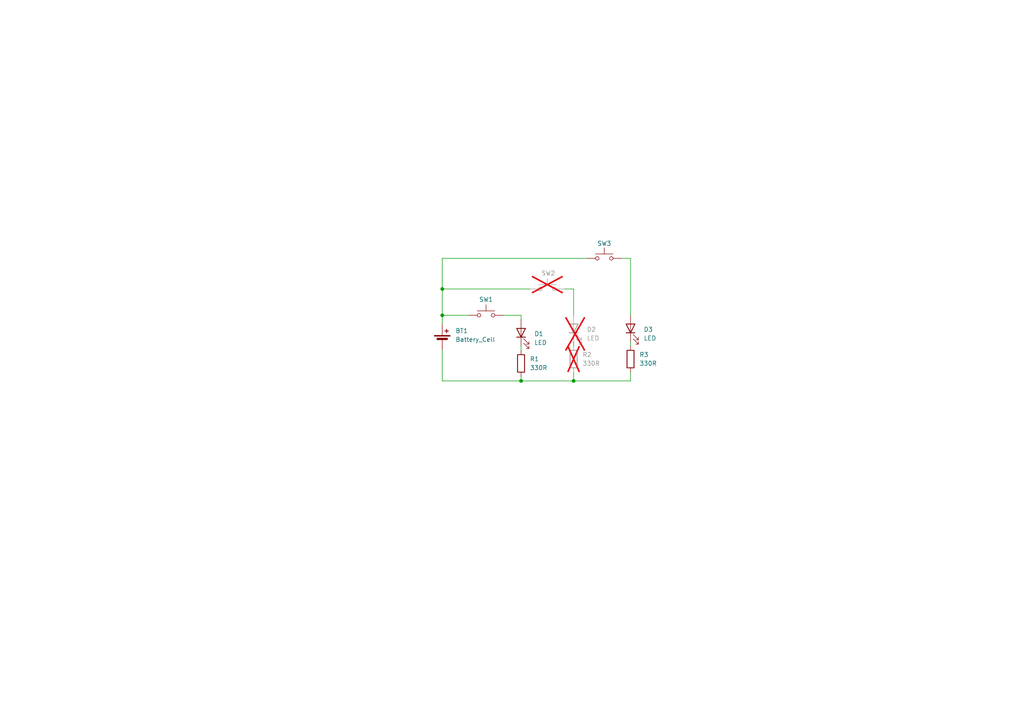
<source format=kicad_sch>
(kicad_sch (version 20231120) (generator "eeschema") (generator_version "8.0")
  (paper "A4")
  (title_block (title "PCA_1003_00") (date "2025-04-01") (rev "00"))
  (lib_symbols
    (symbol "Device:Battery_Cell" (pin_numbers hide) (pin_names (offset 0) hide)
      (property "Reference" "BT" (at 2.54 2.54 0))
      (property "Value" "Battery_Cell" (at 2.54 0 0))
      (symbol "Battery_Cell_0_1"
        (rectangle (start -2.286 1.778) (end 2.286 1.524) (fill (type outline)))
        (rectangle (start -1.524 1.016) (end 1.524 0.508) (fill (type outline)))
        (polyline (pts (xy 0 0.762) (xy 0 0)))
        (polyline (pts (xy 0 1.778) (xy 0 2.54)))
        (polyline (pts (xy 0.762 3.048) (xy 1.778 3.048)) (stroke (width 0.254)))
        (polyline (pts (xy 1.27 3.556) (xy 1.27 2.54)) (stroke (width 0.254)))
      )
      (symbol "Battery_Cell_1_1"
        (pin passive line (at 0 5.08 270) (length 2.54) (name "+") (number "1"))
        (pin passive line (at 0 -2.54 90) (length 2.54) (name "-") (number "2"))
      )
    )
    (symbol "Device:LED" (pin_numbers hide) (pin_names (offset 1.016) hide)
      (property "Reference" "D" (at 0 2.54 0))
      (property "Value" "LED" (at 0 -2.54 0))
      (symbol "LED_0_1"
        (polyline (pts (xy -1.27 -1.27) (xy -1.27 1.27)) (stroke (width 0.254)))
        (polyline (pts (xy -1.27 0) (xy 1.27 0)))
        (polyline (pts (xy 1.27 -1.27) (xy 1.27 1.27) (xy -1.27 0) (xy 1.27 -1.27)) (stroke (width 0.254)))
        (polyline (pts (xy -3.048 -0.762) (xy -4.572 -2.286) (xy -3.81 -2.286) (xy -4.572 -2.286) (xy -4.572 -1.524)))
        (polyline (pts (xy -1.778 -0.762) (xy -3.302 -2.286) (xy -2.54 -2.286) (xy -3.302 -2.286) (xy -3.302 -1.524)))
      )
      (symbol "LED_1_1"
        (pin passive line (at -3.81 0 0) (length 2.54) (name "K") (number "1"))
        (pin passive line (at 3.81 0 180) (length 2.54) (name "A") (number "2"))
      )
    )
    (symbol "Device:R" (pin_numbers hide) (pin_names (offset 0))
      (property "Reference" "R" (at 2.032 0 90))
      (property "Value" "R" (at 0 0 90))
      (symbol "R_0_1"
        (rectangle (start -1.016 -2.54) (end 1.016 2.54) (stroke (width 0.254)))
      )
      (symbol "R_1_1"
        (pin passive line (at 0 3.81 270) (length 1.27) (name "~") (number "1"))
        (pin passive line (at 0 -3.81 90) (length 1.27) (name "~") (number "2"))
      )
    )
    (symbol "Sym_Library:SW_MEC_5G_edit" (pin_numbers hide) (pin_names (offset 1.016) hide)
      (property "Reference" "SW" (at 1.27 2.54 0))
      (property "Value" "SW_MEC_5G_edit" (at 0 -1.524 0))
      (symbol "SW_MEC_5G_edit_0_1"
        (circle (center -2.032 0) (radius 0.508))
        (polyline (pts (xy 0 1.27) (xy 0 3.048)))
        (polyline (pts (xy 2.54 1.27) (xy -2.54 1.27)))
        (circle (center 2.032 0) (radius 0.508))
        (pin passive line (at -5.08 0 0) (length 2.54) (name "A") (number "1"))
        (pin passive line (at 5.08 0 180) (length 2.54) (name "B") (number "2"))
      )
    )
  )
  (junction (at 128.27 91.44))
  (junction (at 151.13 110.49))
  (junction (at 128.27 83.82))
  (junction (at 166.37 110.49))
  (wire (pts (xy 182.88 110.49) (xy 182.88 107.95)))
  (wire (pts (xy 166.37 91.44) (xy 166.37 83.82)))
  (wire (pts (xy 166.37 99.06) (xy 166.37 100.33)))
  (wire (pts (xy 128.27 91.44) (xy 135.89 91.44)))
  (wire (pts (xy 170.18 74.93) (xy 128.27 74.93)))
  (wire (pts (xy 166.37 110.49) (xy 182.88 110.49)))
  (wire (pts (xy 146.05 91.44) (xy 151.13 91.44)))
  (wire (pts (xy 166.37 110.49) (xy 166.37 107.95)))
  (wire (pts (xy 151.13 110.49) (xy 128.27 110.49)))
  (wire (pts (xy 180.34 74.93) (xy 182.88 74.93)))
  (wire (pts (xy 151.13 109.22) (xy 151.13 110.49)))
  (wire (pts (xy 128.27 83.82) (xy 128.27 91.44)))
  (wire (pts (xy 128.27 74.93) (xy 128.27 83.82)))
  (wire (pts (xy 128.27 91.44) (xy 128.27 93.98)))
  (wire (pts (xy 151.13 91.44) (xy 151.13 92.71)))
  (wire (pts (xy 153.67 83.82) (xy 128.27 83.82)))
  (wire (pts (xy 182.88 74.93) (xy 182.88 91.44)))
  (wire (pts (xy 151.13 110.49) (xy 166.37 110.49)))
  (wire (pts (xy 151.13 100.33) (xy 151.13 101.6)))
  (wire (pts (xy 128.27 101.6) (xy 128.27 110.49)))
  (wire (pts (xy 182.88 99.06) (xy 182.88 100.33)))
  (wire (pts (xy 166.37 83.82) (xy 163.83 83.82)))
  (symbol (lib_id "Sym_Library:SW_MEC_5G_edit") (at 175.26 74.93 0) (unit 1)
    (property "Reference" "SW3" (at 175.26 70.612 0))
    (property "Value" "SW_MEC_5G_edit" (effects (hide yes)))
    (property "Footprint" "Button_Switch_SMD:SW_Tactile_SPST_NO_Straight_CK_PTS636Sx25SMTRLFS" (effects (hide yes)))
    (property "Datasheet" "http://www.apem.com/int/index.php?controller=attachment&id_attachment=488" (effects (hide yes)))
    (property "Description" "MEC 5G single pole normally-open tactile switch" (effects (hide yes)))
  )
  (symbol (lib_id "Sym_Library:SW_MEC_5G_edit") (at 140.97 91.44 0) (unit 1)
    (property "Reference" "SW1" (at 140.97 86.868 0))
    (property "Value" "SW_MEC_5G_edit" (effects (hide yes)))
    (property "Footprint" "Button_Switch_SMD:SW_Tactile_SPST_NO_Straight_CK_PTS636Sx25SMTRLFS" (effects (hide yes)))
    (property "Datasheet" "http://www.apem.com/int/index.php?controller=attachment&id_attachment=488" (effects (hide yes)))
    (property "Description" "MEC 5G single pole normally-open tactile switch" (effects (hide yes)))
  )
  (symbol (lib_id "Device:R") (at 151.13 105.41 0) (unit 1)
    (property "Reference" "R1" (at 153.67 104.1399 0) (effects (justify left)))
    (property "Value" "330R" (at 153.67 106.6799 0) (effects (justify left)))
    (property "Footprint" "Resistor_SMD:R_0603_1608Metric" (effects (hide yes)))
    (property "Description" "Resistor" (effects (hide yes)))
  )
  (symbol (lib_id "Device:R") (at 182.88 104.14 0) (unit 1)
    (property "Reference" "R3" (at 185.42 102.8699 0) (effects (justify left)))
    (property "Value" "330R" (at 185.42 105.4099 0) (effects (justify left)))
    (property "Footprint" "Resistor_SMD:R_0603_1608Metric" (effects (hide yes)))
    (property "Description" "Resistor" (effects (hide yes)))
  )
  (symbol (lib_id "Device:LED") (at 182.88 95.25 90) (unit 1)
    (property "Reference" "D3" (at 186.69 95.5674 90) (effects (justify right)))
    (property "Value" "LED" (at 186.69 98.1074 90) (effects (justify right)))
    (property "Footprint" "LED_SMD:LED_0603_1608Metric" (effects (hide yes)))
    (property "Description" "Light emitting diode" (effects (hide yes)))
  )
  (symbol (lib_id "Sym_Library:SW_MEC_5G_edit") (at 158.75 83.82 0) (unit 1) (dnp yes)
    (property "Reference" "SW2" (at 159.004 79.248 0))
    (property "Value" "SW_MEC_5G_edit" (effects (hide yes)))
    (property "Footprint" "Button_Switch_SMD:SW_Tactile_SPST_NO_Straight_CK_PTS636Sx25SMTRLFS" (effects (hide yes)))
    (property "Datasheet" "http://www.apem.com/int/index.php?controller=attachment&id_attachment=488" (effects (hide yes)))
    (property "Description" "MEC 5G single pole normally-open tactile switch" (effects (hide yes)))
  )
  (symbol (lib_id "Device:Battery_Cell") (at 128.27 99.06 0) (unit 1)
    (property "Reference" "BT1" (at 132.08 95.9484 0) (effects (justify left)))
    (property "Value" "Battery_Cell" (at 132.08 98.4884 0) (effects (justify left)))
    (property "Footprint" "Battery:BatteryHolder_Keystone_1060_1x2032" (effects (hide yes)))
    (property "Description" "Single-cell battery" (effects (hide yes)))
  )
  (symbol (lib_id "Device:LED") (at 151.13 96.52 90) (unit 1)
    (property "Reference" "D1" (at 154.94 96.8374 90) (effects (justify right)))
    (property "Value" "LED" (at 154.94 99.3774 90) (effects (justify right)))
    (property "Footprint" "LED_SMD:LED_0603_1608Metric" (effects (hide yes)))
    (property "Description" "Light emitting diode" (effects (hide yes)))
  )
  (symbol (lib_id "Device:R") (at 166.37 104.14 0) (unit 1) (dnp yes)
    (property "Reference" "R2" (at 168.91 102.8699 0) (effects (justify left)))
    (property "Value" "330R" (at 168.91 105.4099 0) (effects (justify left)))
    (property "Footprint" "Resistor_SMD:R_0603_1608Metric" (effects (hide yes)))
    (property "Description" "Resistor" (effects (hide yes)))
  )
  (symbol (lib_id "Device:LED") (at 166.37 95.25 90) (unit 1) (dnp yes)
    (property "Reference" "D2" (at 170.18 95.5674 90) (effects (justify right)))
    (property "Value" "LED" (at 170.18 98.1074 90) (effects (justify right)))
    (property "Footprint" "LED_SMD:LED_0603_1608Metric" (effects (hide yes)))
    (property "Description" "Light emitting diode" (effects (hide yes)))
  )
)
</source>
